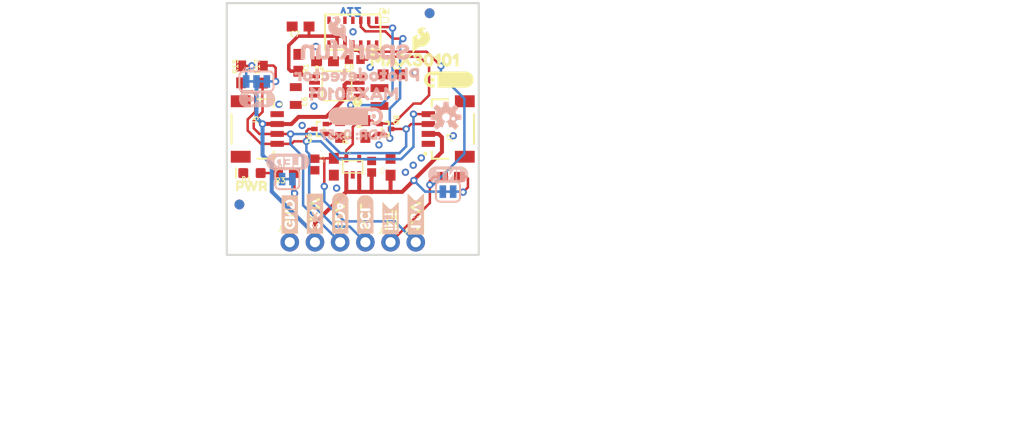
<source format=kicad_pcb>
(kicad_pcb (version 20211014) (generator pcbnew)
  (layers (0 "F.Cu" signal) (31 "B.Cu" signal) (34 "B.Paste" user) (35 "F.Paste" user) (36 "B.SilkS" user "B.Silkscreen") (37 "F.SilkS" user "F.Silkscreen") (38 "B.Mask" user) (39 "F.Mask" user) (44 "Edge.Cuts" user))
  (net 0 "")
  (net 1 "GND")
  (net 2 "SDA")
  (net 3 "SCL")
  (net 4 "LV_SCL")
  (net 5 "LV_SDA")
  (net 6 "1.8V")
  (net 7 "~{INT}")
  (net 8 "N$1")
  (net 9 "3.3V")
  (net 10 "N$4")
  (net 11 "N$8")
  (net 12 "N$5")
  (net 13 "N$6")
  (net 14 "N$2")
  (net 15 "5V")
  (net 16 "N$3")
  (footprint "boardEagle:1X04_NO_SILK" (layer "F.Cu") (at 142.1511 116.4336)
    (fp_text reference "J1" (at -1.27 -1.397) (layer "F.SilkS") (effects (font (size 0.512064 0.512064) (thickness 0.097536)) (justify left)))
    (fp_text value "PTH")
    (pad "1" thru_hole circle (at 0 0 90) (size 1.8796 1.8796) (drill 1.016) (layers *.Cu *.Mask) (net 1 "GND"))
    (pad "2" thru_hole circle (at 2.54 0 90) (size 1.8796 1.8796) (drill 1.016) (layers *.Cu *.Mask) (net 9 "3.3V"))
    (pad "3" thru_hole circle (at 5.08 0 90) (size 1.8796 1.8796) (drill 1.016) (layers *.Cu *.Mask) (net 2 "SDA"))
    (pad "4" thru_hole circle (at 7.62 0 90) (size 1.8796 1.8796) (drill 1.016) (layers *.Cu *.Mask) (net 3 "SCL"))
  )
  (footprint "boardEagle:FIDUCIAL-1X2" (layer "F.Cu") (at 156.2481 93.3196 90)
    (fp_text reference "FID1" hide)
    (fp_text value "FIDUCIAL1X2" hide)
    (pad "1" smd roundrect (at 0 0 90) (size 1 1) (layers "F.Cu" "F.Mask") (roundrect_rratio 0.5))
  )
  (footprint "boardEagle:SC70" (layer "F.Cu") (at 148.5011 108.8136)
    (fp_text reference "U1" (at -0.889 -1.524) (layer "F.SilkS") (effects (font (size 0.376489 0.376489) (thickness 0.029911)) (justify left)))
    (fp_text value "1.8V/100mA")
    (pad "1" smd rect (at -0.65 0.825) (size 0.4 0.75) (layers "F.Cu" "F.Mask") (net 9 "3.3V"))
    (pad "2" smd rect (at 0 0.825) (size 0.4 0.75) (layers "F.Cu" "F.Mask") (net 1 "GND"))
    (pad "3" smd rect (at 0.65 0.825) (size 0.4 0.75) (layers "F.Cu" "F.Mask") (net 9 "3.3V"))
    (pad "4" smd rect (at 0.65 -0.825) (size 0.4 0.75) (layers "F.Cu" "F.Mask") (net 1 "GND"))
    (pad "5" smd rect (at -0.65 -0.825) (size 0.4 0.75) (layers "F.Cu" "F.Mask") (net 6 "1.8V"))
  )
  (footprint "boardEagle:STAND-OFF" (layer "F.Cu") (at 158.6611 115.1636 90)
    (fp_text reference "STANDOFF3" hide)
    (fp_text value "STAND-OFF" hide)
    (pad "" np_thru_hole circle (at 0 0 90) (size 3.302 3.302) (drill 3.302) (layers *.Cu *.Mask))
  )
  (footprint "boardEagle:0806" (layer "F.Cu") (at 151.1935 101.7778 -90)
    (fp_text reference "L1" (at -0.87 -1.27 90) (layer "F.SilkS") (effects (font (size 0.352958 0.352958) (thickness 0.028042)) (justify right)))
    (fp_text value "2.2μH")
    (pad "1" smd rect (at -0.9 0) (size 1.8 0.8) (layers "F.Cu" "F.Paste" "F.Mask") (net 9 "3.3V"))
    (pad "2" smd rect (at 0.9 0) (size 1.8 0.8) (layers "F.Cu" "F.Paste" "F.Mask") (net 16 "N$3"))
  )
  (footprint "boardEagle:CREATIVE_COMMONS" (layer "F.Cu") (at 133.2611 134.2136)
    (fp_text reference "FRAME1" hide)
    (fp_text value "FRAME-LETTER" hide)
  )
  (footprint "boardEagle:0603" (layer "F.Cu") (at 158.4071 109.8296)
    (fp_text reference "R5" (at -0.889 -0.762) (layer "F.SilkS") (effects (font (size 0.367386 0.367386) (thickness 0.039014)) (justify left)))
    (fp_text value "4.7k")
    (pad "1" smd rect (at -0.85 0) (size 1.1 1) (layers "F.Cu" "F.Paste" "F.Mask") (net 7 "~{INT}"))
    (pad "2" smd rect (at 0.85 0) (size 1.1 1) (layers "F.Cu" "F.Paste" "F.Mask") (net 8 "N$1"))
  )
  (footprint "boardEagle:14_PIN_OESIP" (layer "F.Cu") (at 148.5011 95.2246 -90)
    (fp_text reference "U2" (at -2.63754 -3.209809 90) (layer "F.SilkS") (effects (font (size 0.9264 0.9264) (thickness 0.0736)) (justify right)))
    (fp_text value "MAX30101EFD")
    (pad "P1" smd rect (at -1.19254 -2.408809 270) (size 0.75 0.35) (layers "F.Cu" "F.Paste" "F.Mask"))
    (pad "P2" smd rect (at -1.19254 -1.608809 270) (size 0.75 0.35) (layers "F.Cu" "F.Paste" "F.Mask") (net 4 "LV_SCL"))
    (pad "P3" smd rect (at -1.19254 -0.808809 270) (size 0.75 0.35) (layers "F.Cu" "F.Paste" "F.Mask") (net 5 "LV_SDA"))
    (pad "P4" smd rect (at -1.19254 -0.008809 270) (size 0.75 0.35) (layers "F.Cu" "F.Paste" "F.Mask") (net 1 "GND"))
    (pad "P5" smd rect (at -1.19254 0.79119 270) (size 0.75 0.35) (layers "F.Cu" "F.Paste" "F.Mask"))
    (pad "P6" smd rect (at -1.19254 1.59119 270) (size 0.75 0.35) (layers "F.Cu" "F.Paste" "F.Mask"))
    (pad "P7" smd rect (at -1.19254 2.39119 270) (size 0.75 0.35) (layers "F.Cu" "F.Paste" "F.Mask"))
    (pad "P8" smd rect (at 1.207459 2.39119 270) (size 0.75 0.35) (layers "F.Cu" "F.Paste" "F.Mask"))
    (pad "P9" smd rect (at 1.207459 1.59119 270) (size 0.75 0.35) (layers "F.Cu" "F.Paste" "F.Mask") (net 15 "5V"))
    (pad "P10" smd rect (at 1.207459 0.79119 270) (size 0.75 0.35) (layers "F.Cu" "F.Paste" "F.Mask") (net 15 "5V"))
    (pad "P11" smd rect (at 1.207459 -0.008809 270) (size 0.75 0.35) (layers "F.Cu" "F.Paste" "F.Mask") (net 6 "1.8V"))
    (pad "P12" smd rect (at 1.207459 -0.808809 270) (size 0.75 0.35) (layers "F.Cu" "F.Paste" "F.Mask") (net 1 "GND"))
    (pad "P13" smd rect (at 1.207459 -1.608809 270) (size 0.75 0.35) (layers "F.Cu" "F.Paste" "F.Mask") (net 7 "~{INT}"))
    (pad "P14" smd rect (at 1.207459 -2.408809 270) (size 0.75 0.35) (layers "F.Cu" "F.Paste" "F.Mask"))
  )
  (footprint "boardEagle:JST04_1MM_RA" (layer "F.Cu") (at 140.8811 105.0036 -90)
    (fp_text reference "J5" (at -1.397 2.159 90) (layer "F.SilkS") (effects (font (size 0.512064 0.512064) (thickness 0.097536)) (justify right)))
    (fp_text value "QWIIC_RA")
    (pad "1" smd rect (at -1.5 0 270) (size 0.6 1.35) (layers "F.Cu" "F.Paste" "F.Mask") (net 1 "GND"))
    (pad "2" smd rect (at -0.5 0 270) (size 0.6 1.35) (layers "F.Cu" "F.Paste" "F.Mask") (net 9 "3.3V"))
    (pad "3" smd rect (at 0.5 0 270) (size 0.6 1.35) (layers "F.Cu" "F.Paste" "F.Mask") (net 2 "SDA"))
    (pad "4" smd rect (at 1.5 0 270) (size 0.6 1.35) (layers "F.Cu" "F.Paste" "F.Mask") (net 3 "SCL"))
    (pad "NC1" smd rect (at 2.8 3.675 270) (size 1.2 2) (layers "F.Cu" "F.Paste" "F.Mask"))
    (pad "NC2" smd rect (at -2.8 3.675 270) (size 1.2 2) (layers "F.Cu" "F.Paste" "F.Mask"))
  )
  (footprint "boardEagle:SOT-416FL" (layer "F.Cu") (at 144.6911 105.0036 90)
    (fp_text reference "Q6" (at -1.5 -0.6 90) (layer "F.SilkS") (effects (font (size 0.512064 0.512064) (thickness 0.097536)) (justify left)))
    (fp_text value "20V/0.2A/8MHz/1.2Ω/1Vth")
    (pad "1" smd rect (at -0.5 1.1 90) (size 0.46 0.65) (layers "F.Cu" "F.Paste" "F.Mask") (net 6 "1.8V"))
    (pad "2" smd rect (at 0.5 1.1 90) (size 0.46 0.65) (layers "F.Cu" "F.Paste" "F.Mask") (net 4 "LV_SCL"))
    (pad "3" smd rect (at 0 -0.05 90) (size 0.46 0.65) (layers "F.Cu" "F.Paste" "F.Mask") (net 3 "SCL"))
  )
  (footprint "boardEagle:0603" (layer "F.Cu") (at 137.2489 99.4918 90)
    (fp_text reference "R15" (at 0 -0.562 90) (layer "F.SilkS") (effects (font (size 0.512064 0.512064) (thickness 0.097536)) (justify left)))
    (fp_text value "2.2k")
    (pad "1" smd rect (at -0.85 0 90) (size 1.1 1) (layers "F.Cu" "F.Paste" "F.Mask") (net 3 "SCL"))
    (pad "2" smd rect (at 0.85 0 90) (size 1.1 1) (layers "F.Cu" "F.Paste" "F.Mask") (net 12 "N$5"))
  )
  (footprint "boardEagle:MAX301010" (layer "F.Cu") (at 149.1107 98.0186)
    (fp_text reference "U$4" hide)
    (fp_text value "" hide)
  )
  (footprint "boardEagle:SFE_LOGO_FLAME_.1" (layer "F.Cu") (at 155.3845 96.012)
    (fp_text reference "LOGO4" hide)
    (fp_text value "SFE_LOGO_FLAME.1_INCH" hide)
  )
  (footprint "boardEagle:0603" (layer "F.Cu") (at 152.4127 99.4918)
    (fp_text reference "C2" (at 0 -0.762) (layer "F.SilkS") (effects (font (size 0.512064 0.512064) (thickness 0.097536)) (justify left)))
    (fp_text value "10uF")
    (pad "1" smd rect (at -0.85 0) (size 1.1 1) (layers "F.Cu" "F.Paste" "F.Mask") (net 9 "3.3V"))
    (pad "2" smd rect (at 0.85 0) (size 1.1 1) (layers "F.Cu" "F.Paste" "F.Mask") (net 1 "GND"))
  )
  (footprint "boardEagle:0603" (layer "F.Cu") (at 152.3111 108.8136 90)
    (fp_text reference "C5" (at -0.762 -0.8255 90) (layer "F.SilkS") (effects (font (size 0.367386 0.367386) (thickness 0.039014)) (justify left)))
    (fp_text value "10uF")
    (pad "1" smd rect (at -0.85 0 90) (size 1.1 1) (layers "F.Cu" "F.Paste" "F.Mask") (net 9 "3.3V"))
    (pad "2" smd rect (at 0.85 0 90) (size 1.1 1) (layers "F.Cu" "F.Paste" "F.Mask") (net 1 "GND"))
  )
  (footprint "boardEagle:0603" (layer "F.Cu") (at 139.4333 99.5172 90)
    (fp_text reference "R17" (at 0 -0.562 90) (layer "F.SilkS") (effects (font (size 0.512064 0.512064) (thickness 0.097536)) (justify left)))
    (fp_text value "2.2k")
    (pad "1" smd rect (at -0.85 0 90) (size 1.1 1) (layers "F.Cu" "F.Paste" "F.Mask") (net 2 "SDA"))
    (pad "2" smd rect (at 0.85 0 90) (size 1.1 1) (layers "F.Cu" "F.Paste" "F.Mask") (net 13 "N$6"))
  )
  (footprint "boardEagle:INT#-[_-04" (layer "F.Cu") (at 152.3111 116.3066 90)
    (fp_text reference "U$3" hide)
    (fp_text value "" hide)
  )
  (footprint "boardEagle:0603" (layer "F.Cu") (at 141.7701 109.4486 180)
    (fp_text reference "R3" (at 0 -0.762) (layer "F.SilkS") (effects (font (size 0.512064 0.512064) (thickness 0.097536)) (justify right)))
    (fp_text value "1k")
    (pad "1" smd rect (at -0.85 0 180) (size 1.1 1) (layers "F.Cu" "F.Paste" "F.Mask") (net 11 "N$8"))
    (pad "2" smd rect (at 0.85 0 180) (size 1.1 1) (layers "F.Cu" "F.Paste" "F.Mask") (net 10 "N$4"))
  )
  (footprint "boardEagle:0402" (layer "F.Cu") (at 144.6911 108.585 -90)
    (fp_text reference "C3" (at -0.889 -0.762 90) (layer "F.SilkS") (effects (font (size 0.367386 0.367386) (thickness 0.039014)) (justify right)))
    (fp_text value "0.1uF")
    (pad "1" smd rect (at -0.58 0 270) (size 0.85 0.9) (layers "F.Cu" "F.Paste" "F.Mask") (net 6 "1.8V"))
    (pad "2" smd rect (at 0.58 0 270) (size 0.85 0.9) (layers "F.Cu" "F.Paste" "F.Mask") (net 1 "GND"))
  )
  (footprint "boardEagle:0402" (layer "F.Cu") (at 150.4061 108.8136 90)
    (fp_text reference "C1" (at -0.889 -0.762 90) (layer "F.SilkS") (effects (font (size 0.367386 0.367386) (thickness 0.039014)) (justify left)))
    (fp_text value "0.1uF")
    (pad "1" smd rect (at -0.58 0 90) (size 0.85 0.9) (layers "F.Cu" "F.Paste" "F.Mask") (net 9 "3.3V"))
    (pad "2" smd rect (at 0.58 0 90) (size 0.85 0.9) (layers "F.Cu" "F.Paste" "F.Mask") (net 1 "GND"))
  )
  (footprint "boardEagle:0603" (layer "F.Cu") (at 146.5961 108.8136 -90)
    (fp_text reference "C4" (at -0.889 -0.762 90) (layer "F.SilkS") (effects (font (size 0.367386 0.367386) (thickness 0.039014)) (justify right)))
    (fp_text value "10uF")
    (pad "1" smd rect (at -0.85 0 270) (size 1.1 1) (layers "F.Cu" "F.Paste" "F.Mask") (net 6 "1.8V"))
    (pad "2" smd rect (at 0.85 0 270) (size 1.1 1) (layers "F.Cu" "F.Paste" "F.Mask") (net 1 "GND"))
  )
  (footprint "boardEagle:SOT-416FL" (layer "F.Cu") (at 152.3111 105.0036 -90)
    (fp_text reference "Q8" (at -1.5 -0.6 90) (layer "F.SilkS") (effects (font (size 0.512064 0.512064) (thickness 0.097536)) (justify right)))
    (fp_text value "20V/0.2A/8MHz/1.2Ω/1Vth")
    (pad "1" smd rect (at -0.5 1.1 270) (size 0.46 0.65) (layers "F.Cu" "F.Paste" "F.Mask") (net 6 "1.8V"))
    (pad "2" smd rect (at 0.5 1.1 270) (size 0.46 0.65) (layers "F.Cu" "F.Paste" "F.Mask") (net 5 "LV_SDA"))
    (pad "3" smd rect (at 0 -0.05 270) (size 0.46 0.65) (layers "F.Cu" "F.Paste" "F.Mask") (net 2 "SDA"))
  )
  (footprint "boardEagle:1X01_NO_SILK" (layer "F.Cu") (at 152.3111 116.4336)
    (fp_text reference "J4" (at -1.27 -1.143) (layer "F.SilkS") (effects (font (size 0.512064 0.512064) (thickness 0.097536)) (justify left)))
    (fp_text value "")
    (pad "1" thru_hole circle (at 0 0 90) (size 1.8796 1.8796) (drill 1.016) (layers *.Cu *.Mask) (net 7 "~{INT}"))
  )
  (footprint "boardEagle:SDA-[)" (layer "F.Cu") (at 147.2311 116.0526 90)
    (fp_text reference "U$13" hide)
    (fp_text value "" hide)
  )
  (footprint "boardEagle:JST04_1MM_RA" (layer "F.Cu") (at 156.1211 105.0036 90)
    (fp_text reference "J3" (at -1.397 2.159 90) (layer "F.SilkS") (effects (font (size 0.512064 0.512064) (thickness 0.097536)) (justify left)))
    (fp_text value "QWIIC_RA")
    (pad "1" smd rect (at -1.5 0 90) (size 0.6 1.35) (layers "F.Cu" "F.Paste" "F.Mask") (net 1 "GND"))
    (pad "2" smd rect (at -0.5 0 90) (size 0.6 1.35) (layers "F.Cu" "F.Paste" "F.Mask") (net 9 "3.3V"))
    (pad "3" smd rect (at 0.5 0 90) (size 0.6 1.35) (layers "F.Cu" "F.Paste" "F.Mask") (net 2 "SDA"))
    (pad "4" smd rect (at 1.5 0 90) (size 0.6 1.35) (layers "F.Cu" "F.Paste" "F.Mask") (net 3 "SCL"))
    (pad "NC1" smd rect (at 2.8 3.675 90) (size 1.2 2) (layers "F.Cu" "F.Paste" "F.Mask"))
    (pad "NC2" smd rect (at -2.8 3.675 90) (size 1.2 2) (layers "F.Cu" "F.Paste" "F.Mask"))
  )
  (footprint "boardEagle:0603" (layer "F.Cu") (at 143.2433 94.6658 180)
    (fp_text reference "C7" (at 0 -0.762) (layer "F.SilkS") (effects (font (size 0.512064 0.512064) (thickness 0.097536)) (justify right)))
    (fp_text value "10uF")
    (pad "1" smd rect (at -0.85 0 180) (size 1.1 1) (layers "F.Cu" "F.Paste" "F.Mask") (net 15 "5V"))
    (pad "2" smd rect (at 0.85 0 180) (size 1.1 1) (layers "F.Cu" "F.Paste" "F.Mask") (net 1 "GND"))
  )
  (footprint "boardEagle:PWR_TO" (layer "F.Cu") (at 135.7757 110.744)
    (fp_text reference "U$26" hide)
    (fp_text value "" hide)
  )
  (footprint "boardEagle:0603" (layer "F.Cu") (at 149.7711 105.0036 90)
    (fp_text reference "R16" (at 0 -0.562 90) (layer "F.SilkS") (effects (font (size 0.512064 0.512064) (thickness 0.097536)) (justify left)))
    (fp_text value "2.2k")
    (pad "1" smd rect (at -0.85 0 90) (size 1.1 1) (layers "F.Cu" "F.Paste" "F.Mask") (net 5 "LV_SDA"))
    (pad "2" smd rect (at 0.85 0 90) (size 1.1 1) (layers "F.Cu" "F.Paste" "F.Mask") (net 6 "1.8V"))
  )
  (footprint "boardEagle:MSOP8" (layer "F.Cu") (at 146.9009 100.6602 90)
    (fp_text reference "U3" (at -2.54 1.27) (layer "F.SilkS") (effects (font (size 0.376489 0.376489) (thickness 0.029911)) (justify right)))
    (fp_text value "PAM2401")
    (pad "1" smd rect (at -0.975 2.25 90) (size 0.4 1.1) (layers "F.Cu" "F.Paste" "F.Mask") (net 16 "N$3"))
    (pad "2" smd rect (at -0.325 2.25 90) (size 0.4 1.1) (layers "F.Cu" "F.Paste" "F.Mask") (net 9 "3.3V"))
    (pad "3" smd rect (at 0.325 2.25 90) (size 0.4 1.1) (layers "F.Cu" "F.Paste" "F.Mask") (net 9 "3.3V"))
    (pad "4" smd rect (at 0.975 2.25 90) (size 0.4 1.1) (layers "F.Cu" "F.Paste" "F.Mask") (net 1 "GND"))
    (pad "5" smd rect (at 0.975 -2.25 90) (size 0.4 1.1) (layers "F.Cu" "F.Paste" "F.Mask") (net 14 "N$2"))
    (pad "6" smd rect (at 0.325 -2.25 90) (size 0.4 1.1) (layers "F.Cu" "F.Paste" "F.Mask"))
    (pad "7" smd rect (at -0.325 -2.25 90) (size 0.4 1.1) (layers "F.Cu" "F.Paste" "F.Mask") (net 15 "5V"))
    (pad "8" smd rect (at -0.975 -2.25 90) (size 0.4 1.1) (layers "F.Cu" "F.Paste" "F.Mask") (net 1 "GND"))
  )
  (footprint "boardEagle:FIDUCIAL-1X2" (layer "F.Cu") (at 137.0711 112.6236 90)
    (fp_text reference "FID2" hide)
    (fp_text value "FIDUCIAL1X2" hide)
    (pad "1" smd roundrect (at 0 0 90) (size 1 1) (layers "F.Cu" "F.Mask") (roundrect_rratio 0.5))
  )
  (footprint "boardEagle:0402" (layer "F.Cu") (at 148.7043 97.9932 180)
    (fp_text reference "C8" (at 0 -0.762) (layer "F.SilkS") (effects (font (size 0.512064 0.512064) (thickness 0.097536)) (justify right)))
    (fp_text value "0.1uF")
    (pad "1" smd rect (at -0.58 0 180) (size 0.85 0.9) (layers "F.Cu" "F.Paste" "F.Mask") (net 6 "1.8V"))
    (pad "2" smd rect (at 0.58 0 180) (size 0.85 0.9) (layers "F.Cu" "F.Paste" "F.Mask") (net 1 "GND"))
  )
  (footprint "boardEagle:QWIIC_5MM" (layer "F.Cu") (at 158.1531 99.9998)
    (fp_text reference "LOGO3" hide)
    (fp_text value "QWIIC_LOGO_5MM" hide)
  )
  (footprint "boardEagle:STAND-OFF" (layer "F.Cu") (at 138.3411 115.1636 90)
    (fp_text reference "STANDOFF4" hide)
    (fp_text value "STAND-OFF" hide)
    (pad "" np_thru_hole circle (at 0 0 90) (size 3.302 3.302) (drill 3.302) (layers *.Cu *.Mask))
  )
  (footprint "boardEagle:STAND-OFF" (layer "F.Cu") (at 138.3411 94.8436 90)
    (fp_text reference "STANDOFF1" hide)
    (fp_text value "STAND-OFF" hide)
    (pad "" np_thru_hole circle (at 0 0 90) (size 3.302 3.302) (drill 3.302) (layers *.Cu *.Mask))
  )
  (footprint "boardEagle:LED-0603" (layer "F.Cu") (at 138.3411 109.4486 180)
    (fp_text reference "D1" (at 0 -0.635) (layer "F.SilkS") (effects (font (size 0.512064 0.512064) (thickness 0.097536)) (justify right)))
    (fp_text value "RED")
    (pad "A" smd roundrect (at -0.877 0 90) (size 1 1) (layers "F.Cu" "F.Paste" "F.Mask") (roundrect_rratio 0.15) (net 10 "N$4"))
    (pad "C" smd roundrect (at 0.877 0 90) (size 1 1) (layers "F.Cu" "F.Paste" "F.Mask") (roundrect_rratio 0.15) (net 1 "GND"))
  )
  (footprint "boardEagle:GND-04" (layer "F.Cu") (at 142.1511 116.0526 90)
    (fp_text reference "U$10" hide)
    (fp_text value "" hide)
  )
  (footprint "boardEagle:0603" (layer "F.Cu") (at 145.7071 98.171 180)
    (fp_text reference "R4" (at 0 -0.762) (layer "F.SilkS") (effects (font (size 0.512064 0.512064) (thickness 0.097536)) (justify right)))
    (fp_text value "100k")
    (pad "1" smd rect (at -0.85 0 180) (size 1.1 1) (layers "F.Cu" "F.Paste" "F.Mask") (net 1 "GND"))
    (pad "2" smd rect (at 0.85 0 180) (size 1.1 1) (layers "F.Cu" "F.Paste" "F.Mask") (net 14 "N$2"))
  )
  (footprint "boardEagle:3.3V" (layer "F.Cu") (at 144.6911 116.0526 90)
    (fp_text reference "U$19" hide)
    (fp_text value "" hide)
  )
  (footprint "boardEagle:1X01_NO_SILK" (layer "F.Cu") (at 154.8511 116.4336)
    (fp_text reference "J2" (at -1.27 -1.143) (layer "F.SilkS") (effects (font (size 0.512064 0.512064) (thickness 0.097536)) (justify left)))
    (fp_text value "")
    (pad "1" thru_hole circle (at 0 0 90) (size 1.8796 1.8796) (drill 1.016) (layers *.Cu *.Mask) (net 6 "1.8V"))
  )
  (footprint "boardEagle:0603" (layer "F.Cu") (at 143.0147 98.3234 -90)
    (fp_text reference "R1" (at 0 -0.762 90) (layer "F.SilkS") (effects (font (size 0.512064 0.512064) (thickness 0.097536)) (justify right)))
    (fp_text value "750K")
    (pad "1" smd rect (at -0.85 0 270) (size 1.1 1) (layers "F.Cu" "F.Paste" "F.Mask") (net 14 "N$2"))
    (pad "2" smd rect (at 0.85 0 270) (size 1.1 1) (layers "F.Cu" "F.Paste" "F.Mask") (net 15 "5V"))
  )
  (footprint "boardEagle:STAND-OFF" (layer "F.Cu") (at 158.6611 94.8436 90)
    (fp_text reference "STANDOFF2" hide)
    (fp_text value "STAND-OFF" hide)
    (pad "" np_thru_hole circle (at 0 0 90) (size 3.302 3.302) (drill 3.302) (layers *.Cu *.Mask))
  )
  (footprint "boardEagle:0603" (layer "F.Cu") (at 147.2311 105.0036 -90)
    (fp_text reference "R14" (at 0 -0.562 90) (layer "F.SilkS") (effects (font (size 0.512064 0.512064) (thickness 0.097536)) (justify right)))
    (fp_text value "2.2k")
    (pad "1" smd rect (at -0.85 0 270) (size 1.1 1) (layers "F.Cu" "F.Paste" "F.Mask") (net 4 "LV_SCL"))
    (pad "2" smd rect (at 0.85 0 270) (size 1.1 1) (layers "F.Cu" "F.Paste" "F.Mask") (net 6 "1.8V"))
  )
  (footprint "boardEagle:0805" (layer "F.Cu") (at 142.7607 101.6762 -90)
    (fp_text reference "C6" (at 0 -0.889 90) (layer "F.SilkS") (effects (font (size 0.512064 0.512064) (thickness 0.097536)) (justify right)))
    (fp_text value "22uF")
    (pad "1" smd rect (at -0.9 0 270) (size 0.8 1.2) (layers "F.Cu" "F.Paste" "F.Mask") (net 15 "5V"))
    (pad "2" smd rect (at 0.9 0 270) (size 0.8 1.2) (layers "F.Cu" "F.Paste" "F.Mask") (net 1 "GND"))
  )
  (footprint "boardEagle:SCL-[)" (layer "F.Cu") (at 149.7711 116.0526 90)
    (fp_text reference "U$12" hide)
    (fp_text value "" hide)
  )
  (footprint "boardEagle:1#8V0" (layer "F.Cu") (at 154.8765 116.1288 90)
    (fp_text reference "U$20" hide)
    (fp_text value "" hide)
  )
  (footprint "boardEagle:I_SUPER2_C-()-04" (layer "B.Cu") (at 140.7541 101.981 180)
    (fp_text reference "U$21" hide)
    (fp_text value "" hide)
  )
  (footprint "boardEagle:ADR#_0X570" (layer "B.Cu") (at 153.0223 105.5624 180)
    (fp_text reference "U$15" hide)
    (fp_text value "" hide)
  )
  (footprint "boardEagle:QWIIC_5.5MM" (layer "B.Cu") (at 148.8059 103.7082 180)
    (fp_text reference "U$16" hide)
    (fp_text value "" hide)
  )
  (footprint "boardEagle:SFE_LOGO_NAME_FLAME_.1" (layer "B.Cu") (at 148.6535 97.3582 180)
    (fp_text reference "LOGO1" hide)
    (fp_text value "SFE_LOGO_NAME_FLAME.1_INCH" hide)
  )
  (footprint "boardEagle:MAX301010" (layer "B.Cu") (at 154.2669 101.4476 180)
    (fp_text reference "U$24" hide)
    (fp_text value "" hide)
  )
  (footprint "boardEagle:GND-04" (layer "B.Cu") (at 142.1511 116.0526 90)
    (fp_text reference "U$23" hide)
    (fp_text value "" hide)
  )
  (footprint "boardEagle:FIDUCIAL-1X2" (layer "B.Cu") (at 156.2481 93.3196 180)
    (fp_text reference "FID3" hide)
    (fp_text value "FIDUCIAL1X2" hide)
    (pad "1" smd roundrect (at 0 0 180) (size 1 1) (layers "B.Cu" "B.Mask") (roundrect_rratio 0.5))
  )
  (footprint "boardEagle:PHOTODETECTOR3" (layer "B.Cu") (at 156.4005 99.5172 180)
    (fp_text reference "U$1" hide)
    (fp_text value "" hide)
  )
  (footprint "boardEagle:INT-()-04" (layer "B.Cu") (at 160.2613 109.601 180)
    (fp_text reference "U$7" hide)
    (fp_text value "" hide)
  )
  (footprint "boardEagle:OSHW-LOGO-S" (layer "B.Cu") (at 157.8991 103.8098 180)
    (fp_text reference "LOGO2" hide)
    (fp_text value "OSHW-LOGOS" hide)
  )
  (footprint "boardEagle:SMT-JUMPER_2_NC_TRACE_SILK" (layer "B.Cu") (at 141.8971 110.0582 180)
    (fp_text reference "JP1" (at 0 1.143) (layer "B.SilkS") (effects (font (size 0.512064 0.512064) (thickness 0.097536)) (justify left mirror)))
    (fp_text value "LED")
    (fp_poly (pts (xy 0.1905 -0.13335) (xy -0.70485 -0.13335) (xy -0.70485 0.13335) (xy 0.1905 0.13335)) (layer "B.Cu") (width 0) (fill solid))
    (pad "1" smd rect (at -0.5207 0 180) (size 0.6604 1.27) (layers "B.Cu" "B.Mask") (net 11 "N$8"))
    (pad "2" smd rect (at 0.5207 0 180) (size 0.6604 1.27) (layers "B.Cu" "B.Mask") (net 9 "3.3V"))
  )
  (footprint "boardEagle:SMT-JUMPER_3_2-NC_TRACE_SILK" (layer "B.Cu") (at 138.7983 100.203 180)
    (fp_text reference "JP4" (at 0 1.143) (layer "B.SilkS") (effects (font (size 0.512064 0.512064) (thickness 0.097536)) (justify left mirror)))
    (fp_text value "I2C PU")
    (fp_poly (pts (xy 0.7112 -0.13335) (xy -0.7112 -0.13335) (xy -0.7112 0.13335) (xy 0.7112 0.13335)) (layer "B.Cu") (width 0) (fill solid))
    (pad "1" smd rect (at -1.0414 0 180) (size 0.6604 1.27) (layers "B.Cu" "B.Mask") (net 13 "N$6"))
    (pad "2" smd rect (at 0 0 180) (size 0.6604 1.27) (layers "B.Cu" "B.Mask") (net 9 "3.3V"))
    (pad "3" smd rect (at 1.0414 0 180) (size 0.6604 1.27) (layers "B.Cu" "B.Mask") (net 12 "N$5"))
  )
  (footprint "boardEagle:INT#-[_-04" (layer "B.Cu") (at 152.3111 116.3066 90)
    (fp_text reference "U$11" hide)
    (fp_text value "" hide)
  )
  (footprint "boardEagle:SDA-[)" (layer "B.Cu") (at 147.2311 116.0526 90)
    (fp_text reference "U$14" hide)
    (fp_text value "" hide)
  )
  (footprint "boardEagle:SMT-JUMPER_2_NC_TRACE_SILK" (layer "B.Cu") (at 158.1023 111.3282 180)
    (fp_text reference "JP2" (at -0.9525 1.27) (layer "B.SilkS") (effects (font (size 0.367386 0.367386) (thickness 0.039014)) (justify left mirror)))
    (fp_text value "INT")
    (fp_poly (pts (xy 0.1905 -0.13335) (xy -0.70485 -0.13335) (xy -0.70485 0.13335) (xy 0.1905 0.13335)) (layer "B.Cu") (width 0) (fill solid))
    (pad "1" smd rect (at -0.5207 0 180) (size 0.6604 1.27) (layers "B.Cu" "B.Mask") (net 8 "N$1"))
    (pad "2" smd rect (at 0.5207 0 180) (size 0.6604 1.27) (layers "B.Cu" "B.Mask") (net 9 "3.3V"))
  )
  (footprint "boardEagle:FIDUCIAL-1X2" (layer "B.Cu") (at 137.0711 112.6236 180)
    (fp_text reference "FID4" hide)
    (fp_text value "FIDUCIAL1X2" hide)
    (pad "1" smd roundrect (at 0 0 180) (size 1 1) (layers "B.Cu" "B.Mask") (roundrect_rratio 0.5))
  )
  (footprint "boardEagle:LED0" (layer "B.Cu") (at 144.2593 108.3056 180)
    (fp_text reference "U$8" hide)
    (fp_text value "" hide)
  )
  (footprint "boardEagle:SCL-[)" (layer "B.Cu") (at 149.7711 116.0526 90)
    (fp_text reference "U$9" hide)
    (fp_text value "" hide)
  )
  (footprint "boardEagle:1#8V0" (layer "B.Cu") (at 154.8511 116.1288 90)
    (fp_text reference "U$27" hide)
    (fp_text value "" hide)
  )
  (footprint "boardEagle:3.3V" (layer "B.Cu") (at 144.6911 116.0526 90)
    (fp_text reference "U$22" hide)
    (fp_text value "" hide)
  )
  (gr_line (start 135.8011 117.7036) (end 135.8011 92.3036) (layer "Edge.Cuts") (width 0.2032))
  (gr_line (start 161.2011 117.7036) (end 135.8011 117.7036) (layer "Edge.Cuts") (width 0.2032))
  (gr_line (start 135.8011 92.3036) (end 161.2011 92.3036) (layer "Edge.Cuts") (width 0.2032))
  (gr_line (start 161.2011 92.3036) (end 161.2011 117.7036) (layer "Edge.Cuts") (width 0.2032))
  (gr_text "v12" (at 147.1041 92.6846 -180) (layer "B.Cu") (effects (font (size 0.8128 0.8128) (thickness 0.2032)) (justify left bottom mirror)))
  (via (at 144.7927 96.6724) (size 0.7366) (drill 0.381) (layers "F.Cu" "B.Cu") (net 1))
  (via (at 146.8755 110.9726) (size 0.7366) (drill 0.381) (layers "F.Cu" "B.Cu") (net 1))
  (via (at 141.0589 102.5144) (size 0.7366) (drill 0.381) (layers "F.Cu" "B.Cu") (net 1))
  (via (at 158.6357 105.6894) (size 0.7366) (drill 0.381) (layers "F.Cu" "B.Cu") (net 1))
  (via (at 143.3957 104.648) (size 0.7366) (drill 0.381) (layers "F.Cu" "B.Cu") (net 1))
  (via (at 151.1427 106.6038) (size 0.7366) (drill 0.381) (layers "F.Cu" "B.Cu") (net 1))
  (via (at 154.7495 99.314) (size 0.7366) (drill 0.381) (layers "F.Cu" "B.Cu") (net 1))
  (via (at 153.8097 109.3724) (size 0.7366) (drill 0.381) (layers "F.Cu" "B.Cu") (net 1))
  (via (at 148.5265 95.1992) (size 0.7366) (drill 0.381) (layers "F.Cu" "B.Cu") (net 1))
  (via (at 144.5895 102.6922) (size 0.7366) (drill 0.381) (layers "F.Cu" "B.Cu") (net 1))
  (via (at 150.2537 98.7806) (size 0.7366) (drill 0.381) (layers "F.Cu" "B.Cu") (net 1))
  (via (at 154.5971 108.6612) (size 0.7366) (drill 0.381) (layers "F.Cu" "B.Cu") (net 1))
  (via (at 155.4099 107.9246) (size 0.7366) (drill 0.381) (layers "F.Cu" "B.Cu") (net 1))
  (via (at 158.6357 103.9622) (size 0.7366) (drill 0.381) (layers "F.Cu" "B.Cu") (net 1))
  (segment (start 139.0951 105.5036) (end 138.5189 104.9274) (width 0.254) (layer "F.Cu") (net 2))
  (segment (start 142.2193 105.5036) (end 142.2273 105.5116) (width 0.254) (layer "F.Cu") (net 2))
  (segment (start 139.4333 100.3672) (end 139.4079 100.3926) (width 0.254) (layer "F.Cu") (net 2))
  (segment (start 140.8811 105.5036) (end 139.0951 105.5036) (width 0.254) (layer "F.Cu") (net 2))
  (segment (start 156.1211 104.5036) (end 154.3859 104.5036) (width 0.254) (layer "F.Cu") (net 2))
  (segment (start 154.3859 104.5036) (end 153.8859 105.0036) (width 0.254) (layer "F.Cu") (net 2))
  (segment (start 139.4079 100.3926) (end 139.4079 103.2764) (width 0.254) (layer "F.Cu") (net 2))
  (segment (start 138.5189 104.1654) (end 139.4079 103.2764) (width 0.254) (layer "F.Cu") (net 2))
  (segment (start 153.8859 105.0036) (end 152.3611 105.0036) (width 0.254) (layer "F.Cu") (net 2))
  (segment (start 138.5189 104.9274) (end 138.5189 104.1654) (width 0.254) (layer "F.Cu") (net 2))
  (segment (start 140.8811 105.5036) (end 142.2193 105.5036) (width 0.254) (layer "F.Cu") (net 2))
  (via (at 153.8859 105.0036) (size 0.7366) (drill 0.381) (layers "F.Cu" "B.Cu") (net 2))
  (via (at 142.2273 105.5116) (size 0.7366) (drill 0.381) (layers "F.Cu" "B.Cu") (net 2))
  (segment (start 147.2311 116.4336) (end 143.4973 112.6998) (width 0.254) (layer "B.Cu") (net 2))
  (segment (start 153.8859 106.7562) (end 153.2001 107.442) (width 0.254) (layer "B.Cu") (net 2))
  (segment (start 142.2273 106.553) (end 142.2273 105.5116) (width 0.254) (layer "B.Cu") (net 2))
  (segment (start 143.4973 107.823) (end 142.2273 106.553) (width 0.254) (layer "B.Cu") (net 2))
  (segment (start 145.3007 105.5116) (end 142.2273 105.5116) (width 0.254) (layer "B.Cu") (net 2))
  (segment (start 143.4973 112.6998) (end 143.4973 107.823) (width 0.254) (layer "B.Cu") (net 2))
  (segment (start 153.8859 106.7562) (end 153.8859 105.0036) (width 0.254) (layer "B.Cu") (net 2))
  (segment (start 147.2311 107.442) (end 145.3007 105.5116) (width 0.254) (layer "B.Cu") (net 2))
  (segment (start 153.2001 107.442) (end 147.2311 107.442) (width 0.254) (layer "B.Cu") (net 2))
  (segment (start 144.6411 105.0036) (end 144.0561 105.0036) (width 0.254) (layer "F.Cu") (net 3))
  (segment (start 137.2489 101.1174) (end 137.2489 100.3418) (width 0.254) (layer "F.Cu") (net 3))
  (segment (start 144.0561 105.0036) (end 143.8275 105.2322) (width 0.254) (layer "F.Cu") (net 3))
  (segment (start 137.9093 105.156) (end 137.9093 104.0384) (width 0.254) (layer "F.Cu") (net 3))
  (segment (start 143.8275 106.2482) (end 142.5829 106.2482) (width 0.254) (layer "F.Cu") (net 3))
  (segment (start 138.6713 101.4506) (end 138.4427 101.222) (width 0.254) (layer "F.Cu") (net 3))
  (segment (start 154.6239 103.5036) (end 154.6225 103.505) (width 0.254) (layer "F.Cu") (net 3))
  (segment (start 142.5829 106.2482) (end 142.3275 106.5036) (width 0.254) (layer "F.Cu") (net 3))
  (segment (start 138.4427 101.222) (end 138.313925 101.222) (width 0.254) (layer "F.Cu") (net 3))
  (segment (start 140.8811 106.5036) (end 142.3275 106.5036) (width 0.254) (layer "F.Cu") (net 3))
  (segment (start 139.2569 106.5036) (end 137.9093 105.156) (width 0.254) (layer "F.Cu") (net 3))
  (segment (start 138.313925 101.222) (end 138.310925 101.219) (width 0.254) (layer "F.Cu") (net 3))
  (segment (start 140.8811 106.5036) (end 139.2569 106.5036) (width 0.254) (layer "F.Cu") (net 3))
  (segment (start 137.9093 104.0384) (end 138.6713 103.2764) (width 0.254) (layer "F.Cu") (net 3))
  (segment (start 138.6713 103.2764) (end 138.6713 101.4506) (width 0.254) (layer "F.Cu") (net 3))
  (segment (start 143.8275 105.2322) (end 143.8275 106.2482) (width 0.254) (layer "F.Cu") (net 3))
  (segment (start 138.310925 101.219) (end 137.3505 101.219) (width 0.254) (layer "F.Cu") (net 3))
  (segment (start 137.3505 101.219) (end 137.2489 101.1174) (width 0.254) (layer "F.Cu") (net 3))
  (segment (start 156.1211 103.5036) (end 154.6239 103.5036) (width 0.254) (layer "F.Cu") (net 3))
  (via (at 143.8275 106.2482) (size 0.7366) (drill 0.381) (layers "F.Cu" "B.Cu") (net 3))
  (via (at 154.6225 103.505) (size 0.7366) (drill 0.381) (layers "F.Cu" "B.Cu") (net 3))
  (segment (start 153.3779 108.0516) (end 147.0787 108.0516) (width 0.254) (layer "B.Cu") (net 3))
  (segment (start 147.0787 108.0516) (end 145.2753 106.2482) (width 0.254) (layer "B.Cu") (net 3))
  (segment (start 143.8275 107.2388) (end 143.8275 106.2482) (width 0.254) (layer "B.Cu") (net 3))
  (segment (start 148.1963 114.8588) (end 146.6723 114.8588) (width 0.254) (layer "B.Cu") (net 3))
  (segment (start 144.1069 107.5182) (end 143.8275 107.2388) (width 0.254) (layer "B.Cu") (net 3))
  (segment (start 146.6723 114.8588) (end 144.1069 112.2934) (width 0.254) (layer "B.Cu") (net 3))
  (segment (start 154.6225 106.807) (end 153.3779 108.0516) (width 0.254) (layer "B.Cu") (net 3))
  (segment (start 145.2753 106.2482) (end 143.8275 106.2482) (width 0.254) (layer "B.Cu") (net 3))
  (segment (start 154.6225 103.505) (end 154.6225 106.807) (width 0.254) (layer "B.Cu") (net 3))
  (segment (start 149.7711 116.4336) (end 148.1963 114.8588) (width 0.254) (layer "B.Cu") (net 3))
  (segment (start 144.1069 112.2934) (end 144.1069 107.5182) (width 0.254) (layer "B.Cu") (net 3))
  (segment (start 152.4127 94.7166) (end 150.3045 94.7166) (width 0.254) (layer "F.Cu") (net 4))
  (segment (start 146.2325 104.5036) (end 145.7911 104.5036) (width 0.254) (layer "F.Cu") (net 4))
  (segment (start 148.2979 102.5906) (end 148.2979 103.8234) (width 0.254) (layer "F.Cu") (net 4))
  (segment (start 150.109909 94.52201) (end 150.109909 94.03206) (width 0.254) (layer "F.Cu") (net 4))
  (segment (start 148.2979 103.8234) (end 147.9677 104.1536) (width 0.254) (layer "F.Cu") (net 4))
  (segment (start 152.4127 94.7166) (end 152.5143 94.8182) (width 0.254) (layer "F.Cu") (net 4))
  (segment (start 150.3045 94.7166) (end 150.109909 94.52201) (width 0.254) (layer "F.Cu") (net 4))
  (segment (start 147.2311 104.1536) (end 146.5825 104.1536) (width 0.254) (layer "F.Cu") (net 4))
  (segment (start 147.2311 104.1536) (end 147.9677 104.1536) (width 0.254) (layer "F.Cu") (net 4))
  (segment (start 146.5825 104.1536) (end 146.2325 104.5036) (width 0.254) (layer "F.Cu") (net 4))
  (via (at 152.5143 94.8182) (size 0.7366) (drill 0.381) (layers "F.Cu" "B.Cu") (net 4))
  (via (at 148.2979 102.5906) (size 0.7366) (drill 0.381) (layers "F.Cu" "B.Cu") (net 4))
  (segment (start 152.5143 101.3968) (end 152.5143 94.8182) (width 0.254) (layer "B.Cu") (net 4))
  (segment (start 152.5143 101.3968) (end 151.3205 102.5906) (width 0.254) (layer "B.Cu") (net 4))
  (segment (start 148.2979 102.5906) (end 151.3205 102.5906) (width 0.254) (layer "B.Cu") (net 4))
  (segment (start 149.7711 95.1484) (end 151.7777 95.1484) (width 0.254) (layer "F.Cu") (net 5))
  (segment (start 149.309909 94.03206) (end 149.309909 94.68721) (width 0.254) (layer "F.Cu") (net 5))
  (segment (start 149.309909 94.68721) (end 149.7711 95.1484) (width 0.254) (layer "F.Cu") (net 5))
  (segment (start 150.4451 105.8536) (end 150.7951 105.5036) (width 0.254) (layer "F.Cu") (net 5))
  (segment (start 151.7777 95.1484) (end 152.5143 95.885) (width 0.254) (layer "F.Cu") (net 5))
  (segment (start 151.7951 105.5036) (end 152.2349 105.9434) (width 0.254) (layer "F.Cu") (net 5))
  (segment (start 150.7951 105.5036) (end 151.2111 105.5036) (width 0.254) (layer "F.Cu") (net 5))
  (segment (start 151.2111 105.5036) (end 151.7951 105.5036) (width 0.254) (layer "F.Cu") (net 5))
  (segment (start 149.7711 105.8536) (end 150.4451 105.8536) (width 0.254) (layer "F.Cu") (net 5))
  (segment (start 152.5143 95.885) (end 153.5557 95.885) (width 0.254) (layer "F.Cu") (net 5))
  (via (at 153.5557 95.885) (size 0.7366) (drill 0.381) (layers "F.Cu" "B.Cu") (net 5))
  (via (at 152.2349 105.9434) (size 0.7366) (drill 0.381) (layers "F.Cu" "B.Cu") (net 5))
  (segment (start 152.2349 105.9434) (end 152.2349 102.9462) (width 0.254) (layer "B.Cu") (net 5))
  (segment (start 153.2763 96.1644) (end 153.2763 101.9048) (width 0.254) (layer "B.Cu") (net 5))
  (segment (start 153.5557 95.885) (end 153.2763 96.1644) (width 0.254) (layer "B.Cu") (net 5))
  (segment (start 153.2763 101.9048) (end 152.2349 102.9462) (width 0.254) (layer "B.Cu") (net 5))
  (segment (start 149.7711 104.1536) (end 149.1479 104.1536) (width 0.254) (layer "F.Cu") (net 6))
  (segment (start 144.6911 108.005) (end 144.7325 107.9636) (width 0.254) (layer "F.Cu") (net 6))
  (segment (start 147.8511 107.9886) (end 147.8261 107.9636) (width 0.254) (layer "F.Cu") (net 6))
  (segment (start 156.1973 101.6) (end 156.1973 98.679) (width 0.254) (layer "F.Cu") (net 6))
  (segment (start 149.7711 104.1536) (end 150.4197 104.1536) (width 0.254) (layer "F.Cu") (net 6))
  (segment (start 151.2619 104.4528) (end 152.6173 104.4528) (width 0.254) (layer "F.Cu") (net 6))
  (segment (start 145.7911 105.5036) (end 146.2833 105.5036) (width 0.254) (layer "F.Cu") (net 6))
  (segment (start 148.5011 105.8418) (end 148.5011 104.8004) (width 0.254) (layer "F.Cu") (net 6))
  (segment (start 150.7697 104.5036) (end 151.2111 104.5036) (width 0.254) (layer "F.Cu") (net 6))
  (segment (start 150.4197 104.1536) (end 150.7697 104.5036) (width 0.254) (layer "F.Cu") (net 6))
  (segment (start 149.1479 104.1536) (end 148.5011 104.8004) (width 0.254) (layer "F.Cu") (net 6))
  (segment (start 156.1973 101.6) (end 155.3591 102.4382) (width 0.254) (layer "F.Cu") (net 6))
  (segment (start 145.630587 110.7948) (end 145.630587 107.9636) (width 0.254) (layer "F.Cu") (net 6))
  (segment (start 151.2111 104.5036) (end 151.2619 104.4528) (width 0.254) (layer "F.Cu") (net 6))
  (segment (start 144.7325 107.9636) (end 145.630587 107.9636) (width 0.254) (layer "F.Cu") (net 6))
  (segment (start 148.509909 96.93521) (end 148.7043 97.1296) (width 0.2032) (layer "F.Cu") (net 6))
  (segment (start 152.6173 104.4528) (end 154.6319 102.4382) (width 0.254) (layer "F.Cu") (net 6))
  (segment (start 147.8511 107.1776) (end 148.5011 106.5276) (width 0.254) (layer "F.Cu") (net 6))
  (segment (start 147.8511 107.9886) (end 147.8511 107.1776) (width 0.254) (layer "F.Cu") (net 6))
  (segment (start 149.2843 97.3794) (end 149.2843 97.9932) (width 0.2032) (layer "F.Cu") (net 6))
  (segment (start 147.2311 105.8536) (end 148.4893 105.8536) (width 0.254) (layer "F.Cu") (net 6))
  (segment (start 148.7043 97.1296) (end 149.0345 97.1296) (width 0.2032) (layer "F.Cu") (net 6))
  (segment (start 150.2283 97.7138) (end 149.9489 97.9932) (width 0.254) (layer "F.Cu") (net 6))
  (segment (start 156.1973 98.679) (end 155.2321 97.7138) (width 0.254) (layer "F.Cu") (net 6))
  (segment (start 148.5011 106.5276) (end 148.5011 105.8418) (width 0.254) (layer "F.Cu") (net 6))
  (segment (start 146.6333 105.8536) (end 147.2311 105.8536) (width 0.254) (layer "F.Cu") (net 6))
  (segment (start 154.6319 102.4382) (end 155.3591 102.4382) (width 0.254) (layer "F.Cu") (net 6))
  (segment (start 147.8261 107.9636) (end 146.5961 107.9636) (width 0.254) (layer "F.Cu") (net 6))
  (segment (start 149.0345 97.1296) (end 149.2843 97.3794) (width 0.2032) (layer "F.Cu") (net 6))
  (segment (start 146.2833 105.5036) (end 146.6333 105.8536) (width 0.254) (layer "F.Cu") (net 6))
  (segment (start 155.2321 97.7138) (end 150.2283 97.7138) (width 0.254) (layer "F.Cu") (net 6))
  (segment (start 145.630587 107.9636) (end 146.5961 107.9636) (width 0.254) (layer "F.Cu") (net 6))
  (segment (start 148.509909 96.43206) (end 148.509909 96.93521) (width 0.2032) (layer "F.Cu") (net 6))
  (segment (start 149.9489 97.9932) (end 149.2843 97.9932) (width 0.254) (layer "F.Cu") (net 6))
  (segment (start 148.4893 105.8536) (end 148.5011 105.8418) (width 0.254) (layer "F.Cu") (net 6))
  (via (at 145.630587 110.7948) (size 0.7366) (drill 0.381) (layers "F.Cu" "B.Cu") (net 6))
  (segment (start 154.8511 116.4336) (end 152.7429 114.3254) (width 0.254) (layer "B.Cu") (net 6))
  (segment (start 152.7429 114.3254) (end 147.6629 114.3254) (width 0.254) (layer "B.Cu") (net 6))
  (segment (start 145.630587 112.293088) (end 145.630587 110.7948) (width 0.254) (layer "B.Cu") (net 6))
  (segment (start 147.6629 114.3254) (end 145.630587 112.293088) (width 0.254) (layer "B.Cu") (net 6))
  (segment (start 156.6799 109.8296) (end 157.5571 109.8296) (width 0.254) (layer "F.Cu") (net 7))
  (segment (start 150.1265 97.0024) (end 150.109909 96.98581) (width 0.254) (layer "F.Cu") (net 7))
  (segment (start 150.1265 97.0024) (end 150.3299 97.2058) (width 0.254) (layer "F.Cu") (net 7))
  (segment (start 155.9433 97.2058) (end 157.3911 98.6536) (width 0.254) (layer "F.Cu") (net 7))
  (segment (start 150.109909 96.98581) (end 150.109909 96.43206) (width 0.254) (layer "F.Cu") (net 7))
  (segment (start 156.2735 110.6424) (end 156.2735 110.236) (width 0.254) (layer "F.Cu") (net 7))
  (segment (start 156.2735 110.6424) (end 156.2735 112.4712) (width 0.254) (layer "F.Cu") (net 7))
  (segment (start 156.2735 112.4712) (end 152.3111 116.4336) (width 0.254) (layer "F.Cu") (net 7))
  (segment (start 156.6799 109.8296) (end 156.2735 110.236) (width 0.254) (layer "F.Cu") (net 7))
  (segment (start 150.3299 97.2058) (end 155.9433 97.2058) (width 0.254) (layer "F.Cu") (net 7))
  (via (at 156.2735 110.6424) (size 0.7366) (drill 0.381) (layers "F.Cu" "B.Cu") (net 7))
  (via (at 157.3911 98.6536) (size 0.7366) (drill 0.381) (layers "F.Cu" "B.Cu") (net 7))
  (segment (start 159.7533 107.4928) (end 156.6037 110.6424) (width 0.254) (layer "B.Cu") (net 7))
  (segment (start 157.3911 99.587175) (end 159.7533 101.949375) (width 0.254) (layer "B.Cu") (net 7))
  (segment (start 159.7533 101.949375) (end 159.7533 107.4928) (width 0.254) (layer "B.Cu") (net 7))
  (segment (start 157.3911 98.6536) (end 157.3911 99.587175) (width 0.254) (layer "B.Cu") (net 7))
  (segment (start 156.6037 110.6424) (end 156.2735 110.6424) (width 0.254) (layer "B.Cu") (net 7))
  (segment (start 160.1089 110.0074) (end 160.1089 110.8964) (width 0.254) (layer "F.Cu") (net 8))
  (segment (start 160.1089 110.8964) (end 159.6263 111.379) (width 0.254) (layer "F.Cu") (net 8))
  (segment (start 159.9311 109.8296) (end 160.1089 110.0074) (width 0.254) (layer "F.Cu") (net 8))
  (segment (start 159.2571 109.8296) (end 159.9311 109.8296) (width 0.254) (layer "F.Cu") (net 8))
  (via (at 159.6263 111.379) (size 0.7366) (drill 0.381) (layers "F.Cu" "B.Cu") (net 8))
  (segment (start 158.623 111.3282) (end 159.5755 111.3282) (width 0.254) (layer "B.Cu") (net 8))
  (segment (start 159.5755 111.3282) (end 159.6263 111.379) (width 0.254) (layer "B.Cu") (net 8))
  (segment (start 157.1545 105.5036) (end 157.4927 105.8418) (width 0.4064) (layer "F.Cu") (net 9))
  (segment (start 147.8863 100.3352) (end 147.6629 100.5586) (width 0.4064) (layer "F.Cu") (net 9))
  (segment (start 154.6606 110.1471) (end 154.6606 110.1979) (width 0.4064) (layer "F.Cu") (net 9))
  (segment (start 149.1511 111.3386) (end 149.1361 111.3536) (width 0.4064) (layer "F.Cu") (net 9))
  (segment (start 140.8731 104.4956) (end 140.8811 104.5036) (width 0.4064) (layer "F.Cu") (net 9))
  (segment (start 156.1211 105.5036) (end 157.1545 105.5036) (width 0.4064) (layer "F.Cu") (net 9))
  (segment (start 142.3209 104.5036) (end 143.0401 103.7844) (width 0.4064) (layer "F.Cu") (net 9))
  (segment (start 145.8341 103.7844) (end 147.6629 101.9556) (width 0.4064) (layer "F.Cu") (net 9))
  (segment (start 153.4795 111.3536) (end 152.3111 111.3536) (width 0.4064) (layer "F.Cu") (net 9))
  (segment (start 149.1509 100.3352) (end 147.8863 100.3352) (width 0.4064) (layer "F.Cu") (net 9))
  (segment (start 157.4927 105.8418) (end 157.4927 107.315) (width 0.4064) (layer "F.Cu") (net 9))
  (segment (start 154.6606 110.1979) (end 154.6352 110.1979) (width 0.4064) (layer "F.Cu") (net 9))
  (segment (start 150.4061 109.3936) (end 150.4061 111.3536) (width 0.4064) (layer "F.Cu") (net 9))
  (segment (start 147.6629 100.5586) (end 147.6629 101.0412) (width 0.4064) (layer "F.Cu") (net 9))
  (segment (start 149.1361 111.3536) (end 147.8407 111.3536) (width 0.4064) (layer "F.Cu") (net 9))
  (segment (start 152.3111 109.6636) (end 152.3111 111.3536) (width 0.4064) (layer "F.Cu") (net 9))
  (segment (start 152.3111 111.3536) (end 150.4061 111.3536) (width 0.4064) (layer "F.Cu") (net 9))
  (segment (start 147.6629 101.9556) (end 147.6629 101.0412) (width 0.4064) (layer "F.Cu") (net 9))
  (segment (start 139.4079 104.4956) (end 140.8731 104.4956) (width 0.4064) (layer "F.Cu") (net 9))
  (segment (start 147.6629 101.0412) (end 147.7189 100.9852) (width 0.4064) (layer "F.Cu") (net 9))
  (segment (start 147.7189 100.9852) (end 149.1509 100.9852) (width 0.4064) (layer "F.Cu") (net 9))
  (segment (start 140.8811 104.5036) (end 142.3209 104.5036) (width 0.4064) (layer "F.Cu") (net 9))
  (segment (start 157.4927 107.315) (end 154.6606 110.1471) (width 0.4064) (layer "F.Cu") (net 9))
  (segment (start 144.6911 114.5032) (end 144.6911 116.4336) (width 0.4064) (layer "F.Cu") (net 9))
  (segment (start 147.8511 111.3432) (end 147.8407 111.3536) (width 0.4064) (layer "F.Cu") (net 9))
  (segment (start 149.1511 109.6386) (end 149.1511 111.3386) (width 0.4064) (layer "F.Cu") (net 9))
  (segment (start 147.8407 111.3536) (end 144.6911 114.5032) (width 0.4064) (layer "F.Cu") (net 9))
  (segment (start 143.0401 103.7844) (end 145.8341 103.7844) (width 0.4064) (layer "F.Cu") (net 9))
  (segment (start 150.4061 111.3536) (end 149.1361 111.3536) (width 0.4064) (layer "F.Cu") (net 9))
  (segment (start 154.6352 110.1979) (end 153.4795 111.3536) (width 0.4064) (layer "F.Cu") (net 9))
  (segment (start 147.8511 109.6386) (end 147.8511 111.3432) (width 0.4064) (layer "F.Cu") (net 9))
  (via (at 139.4079 104.4956) (size 0.7366) (drill 0.381) (layers "F.Cu" "B.Cu") (net 9))
  (via (at 154.6606 110.1979) (size 0.7366) (drill 0.381) (layers "F.Cu" "B.Cu") (net 9))
  (segment (start 139.4079 104.4956) (end 138.7983 103.886) (width 0.4064) (layer "B.Cu") (net 9))
  (segment (start 140.335 108.5723) (end 139.4079 107.6452) (width 0.4064) (layer "B.Cu") (net 9))
  (segment (start 141.3764 110.0582) (end 140.335 110.0582) (width 0.254) (layer "B.Cu") (net 9))
  (segment (start 144.6911 115.6716) (end 140.335 111.3155) (width 0.4064) (layer "B.Cu") (net 9))
  (segment (start 140.335 111.3155) (end 140.335 110.0582) (width 0.4064) (layer "B.Cu") (net 9))
  (segment (start 138.7983 100.203) (end 138.7983 103.886) (width 0.4064) (layer "B.Cu") (net 9))
  (segment (start 155.7909 111.3282) (end 154.6606 110.1979) (width 0.254) (layer "B.Cu") (net 9))
  (segment (start 144.6911 116.4336) (end 144.6911 115.6716) (width 0.4064) (layer "B.Cu") (net 9))
  (segment (start 139.4079 107.6452) (end 139.4079 104.4956) (width 0.4064) (layer "B.Cu") (net 9))
  (segment (start 157.5816 111.3282) (end 155.7909 111.3282) (width 0.254) (layer "B.Cu") (net 9))
  (segment (start 140.335 110.0582) (end 140.335 108.5723) (width 0.4064) (layer "B.Cu") (net 9))
  (segment (start 140.9201 109.4486) (end 139.2181 109.4486) (width 0.254) (layer "F.Cu") (net 10))
  (segment (start 142.6337 111.506) (end 142.6201 111.4924) (width 0.254) (layer "F.Cu") (net 11))
  (segment (start 142.6201 111.4924) (end 142.6201 109.4486) (width 0.254) (layer "F.Cu") (net 11))
  (via (at 142.6337 111.506) (size 0.7366) (drill 0.381) (layers "F.Cu" "B.Cu") (net 11))
  (segment (start 142.4178 110.0582) (end 142.4178 111.2901) (width 0.254) (layer "B.Cu") (net 11))
  (segment (start 142.4178 111.2901) (end 142.6337 111.506) (width 0.254) (layer "B.Cu") (net 11))
  (segment (start 137.2489 98.6418) (end 138.3101 98.6418) (width 0.254) (layer "F.Cu") (net 12))
  (segment (start 138.3101 98.6418) (end 138.3237 98.6282) (width 0.254) (layer "F.Cu") (net 12))
  (via (at 138.3237 98.6282) (size 0.7366) (drill 0.381) (layers "F.Cu" "B.Cu") (net 12))
  (segment (start 138.3237 98.6282) (end 137.7569 99.195) (width 0.254) (layer "B.Cu") (net 12))
  (segment (start 137.7569 99.195) (end 137.7569 100.203) (width 0.254) (layer "B.Cu") (net 12))
  (segment (start 140.5001 98.6028) (end 139.4977 98.6028) (width 0.254) (layer "F.Cu") (net 13))
  (segment (start 140.7287 100.203) (end 140.7287 98.8314) (width 0.254) (layer "F.Cu") (net 13))
  (segment (start 139.4977 98.6028) (end 139.4333 98.6672) (width 0.254) (layer "F.Cu") (net 13))
  (segment (start 140.7287 98.8314) (end 140.5001 98.6028) (width 0.254) (layer "F.Cu") (net 13))
  (via (at 140.7287 100.203) (size 0.7366) (drill 0.381) (layers "F.Cu" "B.Cu") (net 13))
  (segment (start 139.8397 100.203) (end 140.7287 100.203) (width 0.254) (layer "B.Cu") (net 13))
  (segment (start 144.0933 95.6192) (end 144.0815 95.631) (width 0.3048) (layer "F.Cu") (net 15))
  (segment (start 142.0495 96.5708) (end 142.0495 98.9584) (width 0.3556) (layer "F.Cu") (net 15))
  (segment (start 142.9893 95.631) (end 142.0495 96.5708) (width 0.3556) (layer "F.Cu") (net 15))
  (segment (start 147.709909 96.43206) (end 147.709909 95.72881) (width 0.3556) (layer "F.Cu") (net 15))
  (segment (start 144.0815 95.631) (end 142.9893 95.631) (width 0.3556) (layer "F.Cu") (net 15))
  (segment (start 147.709909 95.72881) (end 147.6121 95.631) (width 0.3556) (layer "F.Cu") (net 15))
  (segment (start 147.6121 95.631) (end 146.9009 95.631) (width 0.3556) (layer "F.Cu") (net 15))
  (segment (start 143.0147 99.1734) (end 143.0029 99.1616) (width 0.3556) (layer "F.Cu") (net 15))
  (segment (start 144.0933 94.6658) (end 144.0933 95.6192) (width 0.3048) (layer "F.Cu") (net 15))
  (segment (start 143.0029 99.1616) (end 142.2527 99.1616) (width 0.3556) (layer "F.Cu") (net 15))
  (segment (start 146.9009 95.631) (end 144.0815 95.631) (width 0.3556) (layer "F.Cu") (net 15))
  (segment (start 146.909909 95.64001) (end 146.9009 95.631) (width 0.3556) (layer "F.Cu") (net 15))
  (segment (start 146.909909 96.43206) (end 146.909909 95.64001) (width 0.3556) (layer "F.Cu") (net 15))
  (segment (start 142.0495 98.9584) (end 142.2527 99.1616) (width 0.3556) (layer "F.Cu") (net 15))
)
</source>
